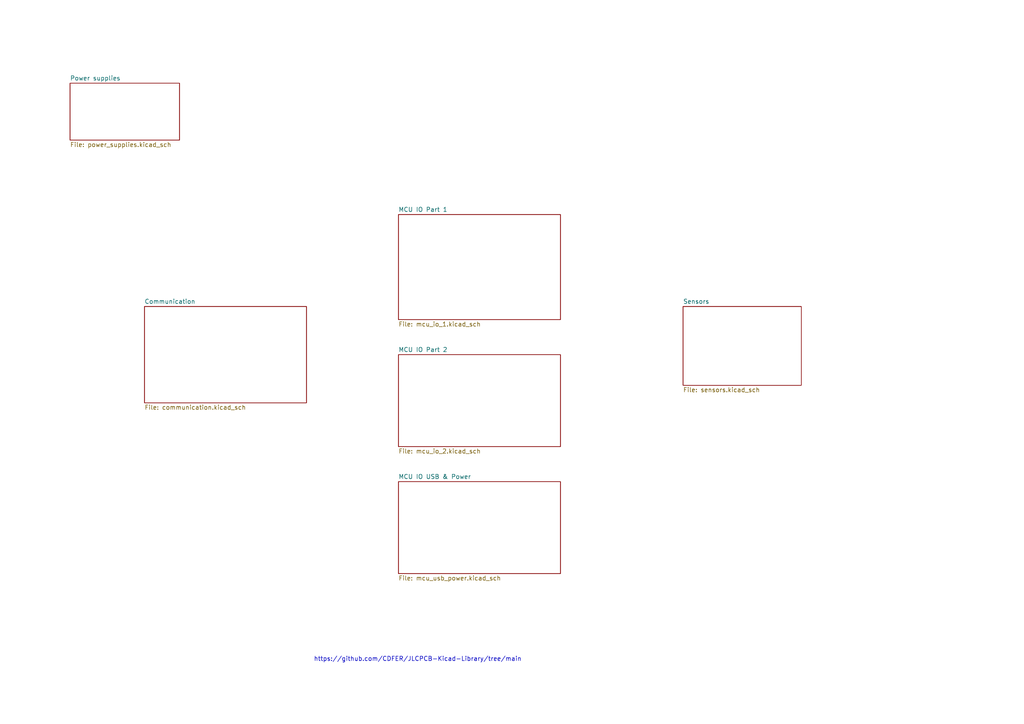
<source format=kicad_sch>
(kicad_sch
	(version 20231120)
	(generator "eeschema")
	(generator_version "8.0")
	(uuid "8b469ec1-e800-4d46-8a32-95d77ceae6db")
	(paper "A4")
	(title_block
		(title "MR-MCXN-T1 Sensor hub")
		(date "2025-01-17")
		(rev "X0")
		(company "NXP SEMICONDUCTORS B.V.")
		(comment 1 "CLASSIFICATION: INTERNAL USE ONLY")
		(comment 3 "DESIGNER: YOURI TILS")
		(comment 4 "CTO SYSTEM INNOVATIONS / MOBILE ROBOTICS DOMAIN")
	)
	(lib_symbols)
	(text "https://github.com/CDFER/JLCPCB-Kicad-Library/tree/main"
		(exclude_from_sim no)
		(at 121.158 191.262 0)
		(effects
			(font
				(size 1.27 1.27)
			)
		)
		(uuid "c7daae81-4b6d-4b02-8706-d9b961b70b9c")
	)
	(sheet
		(at 115.57 62.23)
		(size 46.99 30.48)
		(fields_autoplaced yes)
		(stroke
			(width 0.1524)
			(type solid)
		)
		(fill
			(color 0 0 0 0.0000)
		)
		(uuid "2f800241-08a7-49e7-97bc-35e3807b9c21")
		(property "Sheetname" "MCU IO Part 1"
			(at 115.57 61.5184 0)
			(effects
				(font
					(size 1.27 1.27)
				)
				(justify left bottom)
			)
		)
		(property "Sheetfile" "mcu_io_1.kicad_sch"
			(at 115.57 93.2946 0)
			(effects
				(font
					(size 1.27 1.27)
				)
				(justify left top)
			)
		)
		(instances
			(project "flow_max"
				(path "/8b469ec1-e800-4d46-8a32-95d77ceae6db"
					(page "3")
				)
			)
		)
	)
	(sheet
		(at 115.57 102.87)
		(size 46.99 26.67)
		(fields_autoplaced yes)
		(stroke
			(width 0.1524)
			(type solid)
		)
		(fill
			(color 0 0 0 0.0000)
		)
		(uuid "4619e5be-1f0d-457d-96e5-6e6d95033c83")
		(property "Sheetname" "MCU IO Part 2"
			(at 115.57 102.1584 0)
			(effects
				(font
					(size 1.27 1.27)
				)
				(justify left bottom)
			)
		)
		(property "Sheetfile" "mcu_io_2.kicad_sch"
			(at 115.57 130.1246 0)
			(effects
				(font
					(size 1.27 1.27)
				)
				(justify left top)
			)
		)
		(instances
			(project "flow_max"
				(path "/8b469ec1-e800-4d46-8a32-95d77ceae6db"
					(page "4")
				)
			)
		)
	)
	(sheet
		(at 198.12 88.9)
		(size 34.29 22.86)
		(fields_autoplaced yes)
		(stroke
			(width 0.1524)
			(type solid)
		)
		(fill
			(color 0 0 0 0.0000)
		)
		(uuid "a28c0fd8-aeac-4bef-8f3f-cec5db09a131")
		(property "Sheetname" "Sensors"
			(at 198.12 88.1884 0)
			(effects
				(font
					(size 1.27 1.27)
				)
				(justify left bottom)
			)
		)
		(property "Sheetfile" "sensors.kicad_sch"
			(at 198.12 112.3446 0)
			(effects
				(font
					(size 1.27 1.27)
				)
				(justify left top)
			)
		)
		(instances
			(project "flow_max"
				(path "/8b469ec1-e800-4d46-8a32-95d77ceae6db"
					(page "6")
				)
			)
		)
	)
	(sheet
		(at 41.91 88.9)
		(size 46.99 27.94)
		(fields_autoplaced yes)
		(stroke
			(width 0.1524)
			(type solid)
		)
		(fill
			(color 0 0 0 0.0000)
		)
		(uuid "cac75b7c-b45e-47d5-be26-673a8f59f26a")
		(property "Sheetname" "Communication"
			(at 41.91 88.1884 0)
			(effects
				(font
					(size 1.27 1.27)
				)
				(justify left bottom)
			)
		)
		(property "Sheetfile" "communication.kicad_sch"
			(at 41.91 117.4246 0)
			(effects
				(font
					(size 1.27 1.27)
				)
				(justify left top)
			)
		)
		(instances
			(project "flow_max"
				(path "/8b469ec1-e800-4d46-8a32-95d77ceae6db"
					(page "7")
				)
			)
		)
	)
	(sheet
		(at 115.57 139.7)
		(size 46.99 26.67)
		(fields_autoplaced yes)
		(stroke
			(width 0.1524)
			(type solid)
		)
		(fill
			(color 0 0 0 0.0000)
		)
		(uuid "cb14c3cb-ad07-49c0-85e6-22786ebb10ed")
		(property "Sheetname" "MCU IO USB & Power"
			(at 115.57 138.9884 0)
			(effects
				(font
					(size 1.27 1.27)
				)
				(justify left bottom)
			)
		)
		(property "Sheetfile" "mcu_usb_power.kicad_sch"
			(at 115.57 166.9546 0)
			(effects
				(font
					(size 1.27 1.27)
				)
				(justify left top)
			)
		)
		(instances
			(project "flow_max"
				(path "/8b469ec1-e800-4d46-8a32-95d77ceae6db"
					(page "5")
				)
			)
		)
	)
	(sheet
		(at 20.32 24.13)
		(size 31.75 16.51)
		(fields_autoplaced yes)
		(stroke
			(width 0.1524)
			(type solid)
		)
		(fill
			(color 0 0 0 0.0000)
		)
		(uuid "cd546697-22c1-446e-bf49-97c1431cc780")
		(property "Sheetname" "Power supplies"
			(at 20.32 23.4184 0)
			(effects
				(font
					(size 1.27 1.27)
				)
				(justify left bottom)
			)
		)
		(property "Sheetfile" "power_supplies.kicad_sch"
			(at 20.32 41.2246 0)
			(effects
				(font
					(size 1.27 1.27)
				)
				(justify left top)
			)
		)
		(instances
			(project "flow_max"
				(path "/8b469ec1-e800-4d46-8a32-95d77ceae6db"
					(page "2")
				)
			)
		)
	)
	(sheet_instances
		(path "/"
			(page "1")
		)
	)
)

</source>
